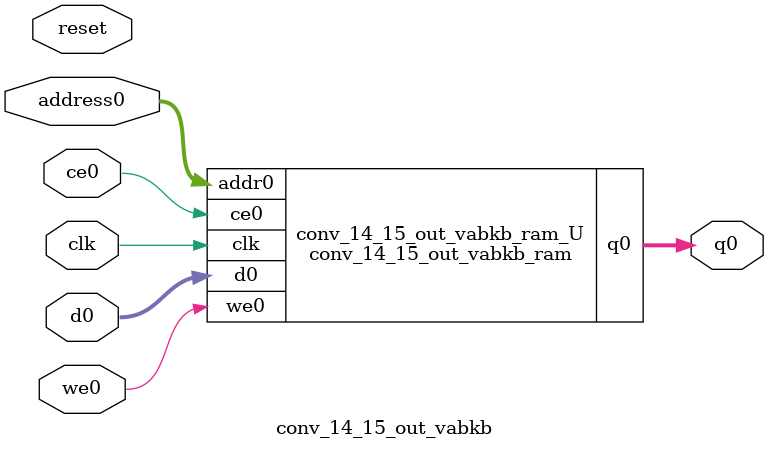
<source format=v>

`timescale 1 ns / 1 ps
module conv_14_15_out_vabkb_ram (addr0, ce0, d0, we0, q0,  clk);

parameter DWIDTH = 16;
parameter AWIDTH = 6;
parameter MEM_SIZE = 64;

input[AWIDTH-1:0] addr0;
input ce0;
input[DWIDTH-1:0] d0;
input we0;
output reg[DWIDTH-1:0] q0;
input clk;

(* ram_style = "block" *)reg [DWIDTH-1:0] ram[0:MEM_SIZE-1];




always @(posedge clk)  
begin 
    if (ce0) 
    begin
        if (we0) 
        begin 
            ram[addr0] <= d0; 
            q0 <= d0;
        end 
        else 
            q0 <= ram[addr0];
    end
end


endmodule


`timescale 1 ns / 1 ps
module conv_14_15_out_vabkb(
    reset,
    clk,
    address0,
    ce0,
    we0,
    d0,
    q0);

parameter DataWidth = 32'd16;
parameter AddressRange = 32'd64;
parameter AddressWidth = 32'd6;
input reset;
input clk;
input[AddressWidth - 1:0] address0;
input ce0;
input we0;
input[DataWidth - 1:0] d0;
output[DataWidth - 1:0] q0;



conv_14_15_out_vabkb_ram conv_14_15_out_vabkb_ram_U(
    .clk( clk ),
    .addr0( address0 ),
    .ce0( ce0 ),
    .d0( d0 ),
    .we0( we0 ),
    .q0( q0 ));

endmodule


</source>
